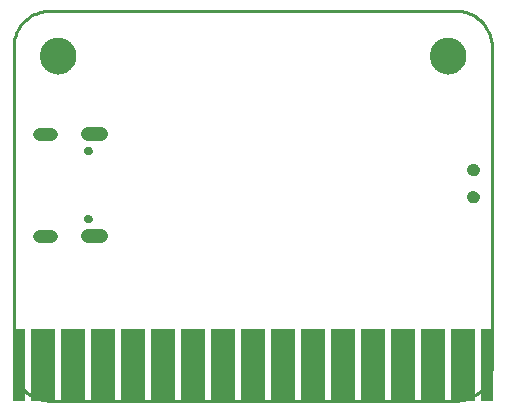
<source format=gbs>
G75*
G70*
%OFA0B0*%
%FSLAX24Y24*%
%IPPOS*%
%LPD*%
%AMOC8*
5,1,8,0,0,1.08239X$1,22.5*
%
%ADD10C,0.0100*%
%ADD11R,0.0827X0.2402*%
%ADD12R,0.0434X0.2402*%
%ADD13C,0.0000*%
%ADD14C,0.1221*%
%ADD15C,0.0414*%
%ADD16C,0.0276*%
%ADD17C,0.0434*%
%ADD18C,0.0473*%
D10*
X004558Y001364D02*
X004558Y011956D01*
X004560Y012023D01*
X004566Y012090D01*
X004575Y012157D01*
X004588Y012223D01*
X004605Y012288D01*
X004625Y012352D01*
X004649Y012415D01*
X004677Y012477D01*
X004708Y012536D01*
X004742Y012594D01*
X004779Y012650D01*
X004820Y012704D01*
X004863Y012756D01*
X004909Y012805D01*
X004958Y012851D01*
X005010Y012894D01*
X005064Y012935D01*
X005120Y012972D01*
X005178Y013006D01*
X005237Y013037D01*
X005299Y013065D01*
X005362Y013089D01*
X005426Y013109D01*
X005491Y013126D01*
X005557Y013139D01*
X005624Y013148D01*
X005691Y013154D01*
X005758Y013156D01*
X019302Y013156D01*
X019369Y013154D01*
X019436Y013148D01*
X019503Y013139D01*
X019569Y013126D01*
X019634Y013109D01*
X019698Y013089D01*
X019761Y013065D01*
X019823Y013037D01*
X019882Y013006D01*
X019940Y012972D01*
X019996Y012935D01*
X020050Y012894D01*
X020102Y012851D01*
X020151Y012805D01*
X020197Y012756D01*
X020240Y012704D01*
X020281Y012650D01*
X020318Y012594D01*
X020352Y012536D01*
X020383Y012477D01*
X020411Y012415D01*
X020435Y012352D01*
X020455Y012288D01*
X020472Y012223D01*
X020485Y012157D01*
X020494Y012090D01*
X020500Y012023D01*
X020502Y011956D01*
X020502Y001364D01*
X020500Y001297D01*
X020494Y001230D01*
X020485Y001163D01*
X020472Y001097D01*
X020455Y001032D01*
X020435Y000968D01*
X020411Y000905D01*
X020383Y000843D01*
X020352Y000784D01*
X020318Y000726D01*
X020281Y000670D01*
X020240Y000616D01*
X020197Y000564D01*
X020151Y000515D01*
X020102Y000469D01*
X020050Y000426D01*
X019996Y000385D01*
X019940Y000348D01*
X019882Y000314D01*
X019823Y000283D01*
X019761Y000255D01*
X019698Y000231D01*
X019634Y000211D01*
X019569Y000194D01*
X019503Y000181D01*
X019436Y000172D01*
X019369Y000166D01*
X019302Y000164D01*
X005758Y000164D01*
X005691Y000166D01*
X005624Y000172D01*
X005557Y000181D01*
X005491Y000194D01*
X005426Y000211D01*
X005362Y000231D01*
X005299Y000255D01*
X005237Y000283D01*
X005178Y000314D01*
X005120Y000348D01*
X005064Y000385D01*
X005010Y000426D01*
X004958Y000469D01*
X004909Y000515D01*
X004863Y000564D01*
X004820Y000616D01*
X004779Y000670D01*
X004742Y000726D01*
X004708Y000784D01*
X004677Y000843D01*
X004649Y000905D01*
X004625Y000968D01*
X004605Y001032D01*
X004588Y001097D01*
X004575Y001163D01*
X004566Y001230D01*
X004560Y001297D01*
X004558Y001364D01*
D11*
X005530Y001348D03*
X006530Y001348D03*
X007530Y001348D03*
X008530Y001348D03*
X009530Y001348D03*
X010530Y001348D03*
X011530Y001348D03*
X012530Y001348D03*
X013530Y001348D03*
X014530Y001348D03*
X015530Y001348D03*
X016530Y001348D03*
X017530Y001348D03*
X018530Y001348D03*
X019530Y001348D03*
D12*
X020325Y001348D03*
X004735Y001348D03*
D13*
X006929Y006222D02*
X006931Y006243D01*
X006937Y006263D01*
X006946Y006283D01*
X006958Y006300D01*
X006973Y006314D01*
X006991Y006326D01*
X007011Y006334D01*
X007031Y006339D01*
X007052Y006340D01*
X007073Y006337D01*
X007093Y006331D01*
X007112Y006320D01*
X007129Y006307D01*
X007142Y006291D01*
X007153Y006273D01*
X007161Y006253D01*
X007165Y006233D01*
X007165Y006211D01*
X007161Y006191D01*
X007153Y006171D01*
X007142Y006153D01*
X007129Y006137D01*
X007112Y006124D01*
X007093Y006113D01*
X007073Y006107D01*
X007052Y006104D01*
X007031Y006105D01*
X007011Y006110D01*
X006991Y006118D01*
X006973Y006130D01*
X006958Y006144D01*
X006946Y006161D01*
X006937Y006181D01*
X006931Y006201D01*
X006929Y006222D01*
X006929Y008498D02*
X006931Y008519D01*
X006937Y008539D01*
X006946Y008559D01*
X006958Y008576D01*
X006973Y008590D01*
X006991Y008602D01*
X007011Y008610D01*
X007031Y008615D01*
X007052Y008616D01*
X007073Y008613D01*
X007093Y008607D01*
X007112Y008596D01*
X007129Y008583D01*
X007142Y008567D01*
X007153Y008549D01*
X007161Y008529D01*
X007165Y008509D01*
X007165Y008487D01*
X007161Y008467D01*
X007153Y008447D01*
X007142Y008429D01*
X007129Y008413D01*
X007112Y008400D01*
X007093Y008389D01*
X007073Y008383D01*
X007052Y008380D01*
X007031Y008381D01*
X007011Y008386D01*
X006991Y008394D01*
X006973Y008406D01*
X006958Y008420D01*
X006946Y008437D01*
X006937Y008457D01*
X006931Y008477D01*
X006929Y008498D01*
X005439Y011660D02*
X005441Y011708D01*
X005447Y011756D01*
X005457Y011803D01*
X005470Y011849D01*
X005488Y011894D01*
X005508Y011938D01*
X005533Y011980D01*
X005561Y012019D01*
X005591Y012056D01*
X005625Y012090D01*
X005662Y012122D01*
X005700Y012151D01*
X005741Y012176D01*
X005784Y012198D01*
X005829Y012216D01*
X005875Y012230D01*
X005922Y012241D01*
X005970Y012248D01*
X006018Y012251D01*
X006066Y012250D01*
X006114Y012245D01*
X006162Y012236D01*
X006208Y012224D01*
X006253Y012207D01*
X006297Y012187D01*
X006339Y012164D01*
X006379Y012137D01*
X006417Y012107D01*
X006452Y012074D01*
X006484Y012038D01*
X006514Y012000D01*
X006540Y011959D01*
X006562Y011916D01*
X006582Y011872D01*
X006597Y011827D01*
X006609Y011780D01*
X006617Y011732D01*
X006621Y011684D01*
X006621Y011636D01*
X006617Y011588D01*
X006609Y011540D01*
X006597Y011493D01*
X006582Y011448D01*
X006562Y011404D01*
X006540Y011361D01*
X006514Y011320D01*
X006484Y011282D01*
X006452Y011246D01*
X006417Y011213D01*
X006379Y011183D01*
X006339Y011156D01*
X006297Y011133D01*
X006253Y011113D01*
X006208Y011096D01*
X006162Y011084D01*
X006114Y011075D01*
X006066Y011070D01*
X006018Y011069D01*
X005970Y011072D01*
X005922Y011079D01*
X005875Y011090D01*
X005829Y011104D01*
X005784Y011122D01*
X005741Y011144D01*
X005700Y011169D01*
X005662Y011198D01*
X005625Y011230D01*
X005591Y011264D01*
X005561Y011301D01*
X005533Y011340D01*
X005508Y011382D01*
X005488Y011426D01*
X005470Y011471D01*
X005457Y011517D01*
X005447Y011564D01*
X005441Y011612D01*
X005439Y011660D01*
X018439Y011660D02*
X018441Y011708D01*
X018447Y011756D01*
X018457Y011803D01*
X018470Y011849D01*
X018488Y011894D01*
X018508Y011938D01*
X018533Y011980D01*
X018561Y012019D01*
X018591Y012056D01*
X018625Y012090D01*
X018662Y012122D01*
X018700Y012151D01*
X018741Y012176D01*
X018784Y012198D01*
X018829Y012216D01*
X018875Y012230D01*
X018922Y012241D01*
X018970Y012248D01*
X019018Y012251D01*
X019066Y012250D01*
X019114Y012245D01*
X019162Y012236D01*
X019208Y012224D01*
X019253Y012207D01*
X019297Y012187D01*
X019339Y012164D01*
X019379Y012137D01*
X019417Y012107D01*
X019452Y012074D01*
X019484Y012038D01*
X019514Y012000D01*
X019540Y011959D01*
X019562Y011916D01*
X019582Y011872D01*
X019597Y011827D01*
X019609Y011780D01*
X019617Y011732D01*
X019621Y011684D01*
X019621Y011636D01*
X019617Y011588D01*
X019609Y011540D01*
X019597Y011493D01*
X019582Y011448D01*
X019562Y011404D01*
X019540Y011361D01*
X019514Y011320D01*
X019484Y011282D01*
X019452Y011246D01*
X019417Y011213D01*
X019379Y011183D01*
X019339Y011156D01*
X019297Y011133D01*
X019253Y011113D01*
X019208Y011096D01*
X019162Y011084D01*
X019114Y011075D01*
X019066Y011070D01*
X019018Y011069D01*
X018970Y011072D01*
X018922Y011079D01*
X018875Y011090D01*
X018829Y011104D01*
X018784Y011122D01*
X018741Y011144D01*
X018700Y011169D01*
X018662Y011198D01*
X018625Y011230D01*
X018591Y011264D01*
X018561Y011301D01*
X018533Y011340D01*
X018508Y011382D01*
X018488Y011426D01*
X018470Y011471D01*
X018457Y011517D01*
X018447Y011564D01*
X018441Y011612D01*
X018439Y011660D01*
X019693Y007863D02*
X019695Y007890D01*
X019701Y007916D01*
X019710Y007941D01*
X019723Y007964D01*
X019739Y007985D01*
X019758Y008004D01*
X019779Y008020D01*
X019802Y008033D01*
X019827Y008042D01*
X019853Y008048D01*
X019880Y008050D01*
X019907Y008048D01*
X019933Y008042D01*
X019958Y008033D01*
X019981Y008020D01*
X020002Y008004D01*
X020021Y007985D01*
X020037Y007964D01*
X020050Y007941D01*
X020059Y007916D01*
X020065Y007890D01*
X020067Y007863D01*
X020065Y007836D01*
X020059Y007810D01*
X020050Y007785D01*
X020037Y007762D01*
X020021Y007741D01*
X020002Y007722D01*
X019981Y007706D01*
X019958Y007693D01*
X019933Y007684D01*
X019907Y007678D01*
X019880Y007676D01*
X019853Y007678D01*
X019827Y007684D01*
X019802Y007693D01*
X019779Y007706D01*
X019758Y007722D01*
X019739Y007741D01*
X019723Y007762D01*
X019710Y007785D01*
X019701Y007810D01*
X019695Y007836D01*
X019693Y007863D01*
X019693Y006957D02*
X019695Y006984D01*
X019701Y007010D01*
X019710Y007035D01*
X019723Y007058D01*
X019739Y007079D01*
X019758Y007098D01*
X019779Y007114D01*
X019802Y007127D01*
X019827Y007136D01*
X019853Y007142D01*
X019880Y007144D01*
X019907Y007142D01*
X019933Y007136D01*
X019958Y007127D01*
X019981Y007114D01*
X020002Y007098D01*
X020021Y007079D01*
X020037Y007058D01*
X020050Y007035D01*
X020059Y007010D01*
X020065Y006984D01*
X020067Y006957D01*
X020065Y006930D01*
X020059Y006904D01*
X020050Y006879D01*
X020037Y006856D01*
X020021Y006835D01*
X020002Y006816D01*
X019981Y006800D01*
X019958Y006787D01*
X019933Y006778D01*
X019907Y006772D01*
X019880Y006770D01*
X019853Y006772D01*
X019827Y006778D01*
X019802Y006787D01*
X019779Y006800D01*
X019758Y006816D01*
X019739Y006835D01*
X019723Y006856D01*
X019710Y006879D01*
X019701Y006904D01*
X019695Y006930D01*
X019693Y006957D01*
D14*
X019030Y011660D03*
X006030Y011660D03*
D15*
X019880Y007863D03*
X019880Y006957D03*
D16*
X007047Y006222D03*
X007047Y008498D03*
D17*
X005807Y009053D02*
X005413Y009053D01*
X005413Y005667D02*
X005807Y005667D01*
D18*
X007047Y005667D02*
X007480Y005667D01*
X007480Y009053D02*
X007047Y009053D01*
M02*

</source>
